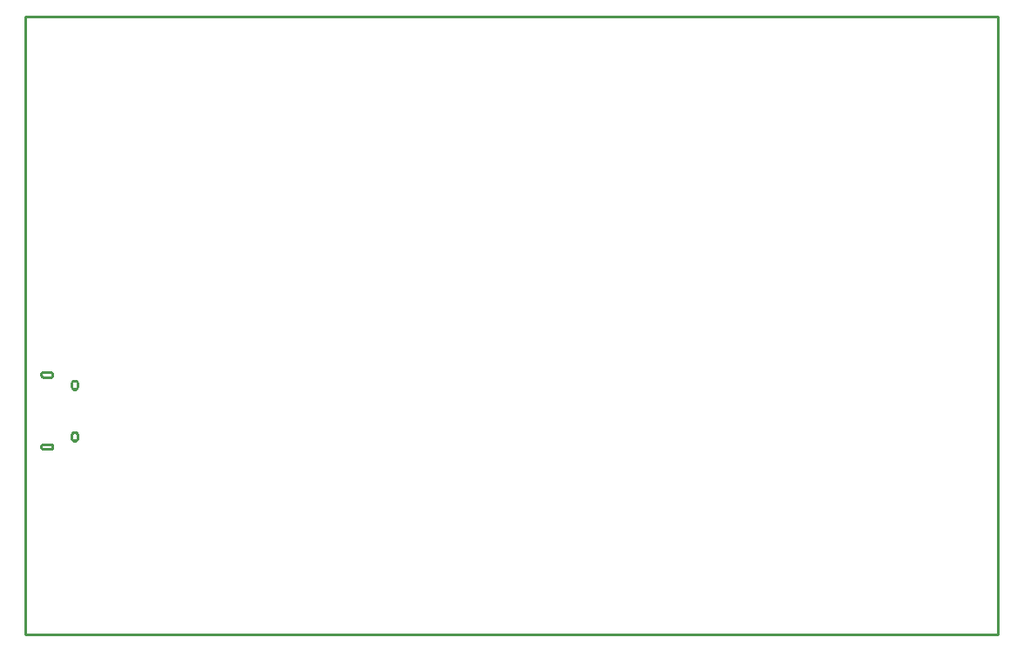
<source format=gbr>
G04 EAGLE Gerber RS-274X export*
G75*
%MOMM*%
%FSLAX34Y34*%
%LPD*%
%IN*%
%IPPOS*%
%AMOC8*
5,1,8,0,0,1.08239X$1,22.5*%
G01*
%ADD10C,0.254000*%


D10*
X165Y191D02*
X944844Y191D01*
X944844Y600191D01*
X165Y600191D01*
X165Y191D01*
X17388Y179924D02*
X23888Y179924D01*
X24105Y179934D01*
X24322Y179962D01*
X24535Y180009D01*
X24743Y180075D01*
X24944Y180158D01*
X25138Y180259D01*
X25321Y180376D01*
X25494Y180509D01*
X25655Y180656D01*
X25803Y180817D01*
X25935Y180990D01*
X26053Y181174D01*
X26153Y181367D01*
X26237Y181569D01*
X26302Y181777D01*
X26350Y181990D01*
X26378Y182206D01*
X26388Y182424D01*
X26378Y182642D01*
X26350Y182858D01*
X26302Y183071D01*
X26237Y183279D01*
X26153Y183481D01*
X26053Y183674D01*
X25935Y183858D01*
X25803Y184031D01*
X25655Y184192D01*
X25494Y184339D01*
X25321Y184472D01*
X25138Y184589D01*
X24944Y184690D01*
X24743Y184773D01*
X24535Y184839D01*
X24322Y184886D01*
X24105Y184915D01*
X23888Y184924D01*
X17388Y184924D01*
X17170Y184915D01*
X16953Y184886D01*
X16740Y184839D01*
X16532Y184773D01*
X16331Y184690D01*
X16138Y184589D01*
X15954Y184472D01*
X15781Y184339D01*
X15620Y184192D01*
X15472Y184031D01*
X15340Y183858D01*
X15222Y183674D01*
X15122Y183481D01*
X15038Y183279D01*
X14973Y183071D01*
X14925Y182858D01*
X14897Y182642D01*
X14888Y182424D01*
X14897Y182206D01*
X14925Y181990D01*
X14973Y181777D01*
X15038Y181569D01*
X15122Y181367D01*
X15222Y181174D01*
X15340Y180990D01*
X15472Y180817D01*
X15620Y180656D01*
X15781Y180509D01*
X15954Y180376D01*
X16138Y180259D01*
X16331Y180158D01*
X16532Y180075D01*
X16740Y180009D01*
X16953Y179962D01*
X17170Y179934D01*
X17388Y179924D01*
X17388Y249924D02*
X23888Y249924D01*
X24105Y249934D01*
X24322Y249962D01*
X24535Y250009D01*
X24743Y250075D01*
X24944Y250158D01*
X25138Y250259D01*
X25321Y250376D01*
X25494Y250509D01*
X25655Y250656D01*
X25803Y250817D01*
X25935Y250990D01*
X26053Y251174D01*
X26153Y251367D01*
X26237Y251569D01*
X26302Y251777D01*
X26350Y251990D01*
X26378Y252206D01*
X26388Y252424D01*
X26378Y252642D01*
X26350Y252858D01*
X26302Y253071D01*
X26237Y253279D01*
X26153Y253481D01*
X26053Y253674D01*
X25935Y253858D01*
X25803Y254031D01*
X25655Y254192D01*
X25494Y254339D01*
X25321Y254472D01*
X25138Y254589D01*
X24944Y254690D01*
X24743Y254773D01*
X24535Y254839D01*
X24322Y254886D01*
X24105Y254915D01*
X23888Y254924D01*
X17388Y254924D01*
X17170Y254915D01*
X16953Y254886D01*
X16740Y254839D01*
X16532Y254773D01*
X16331Y254690D01*
X16138Y254589D01*
X15954Y254472D01*
X15781Y254339D01*
X15620Y254192D01*
X15472Y254031D01*
X15340Y253858D01*
X15222Y253674D01*
X15122Y253481D01*
X15038Y253279D01*
X14973Y253071D01*
X14925Y252858D01*
X14897Y252642D01*
X14888Y252424D01*
X14897Y252206D01*
X14925Y251990D01*
X14973Y251777D01*
X15038Y251569D01*
X15122Y251367D01*
X15222Y251174D01*
X15340Y250990D01*
X15472Y250817D01*
X15620Y250656D01*
X15781Y250509D01*
X15954Y250376D01*
X16138Y250259D01*
X16331Y250158D01*
X16532Y250075D01*
X16740Y250009D01*
X16953Y249962D01*
X17170Y249934D01*
X17388Y249924D01*
X44888Y240924D02*
X44898Y240684D01*
X44929Y240446D01*
X44981Y240212D01*
X45053Y239983D01*
X45145Y239762D01*
X45256Y239549D01*
X45385Y239347D01*
X45531Y239156D01*
X45693Y238979D01*
X45870Y238817D01*
X46060Y238671D01*
X46263Y238542D01*
X46475Y238432D01*
X46697Y238340D01*
X46926Y238268D01*
X47160Y238216D01*
X47398Y238184D01*
X47638Y238174D01*
X47877Y238184D01*
X48115Y238216D01*
X48349Y238268D01*
X48578Y238340D01*
X48800Y238432D01*
X49013Y238542D01*
X49215Y238671D01*
X49405Y238817D01*
X49582Y238979D01*
X49744Y239156D01*
X49890Y239347D01*
X50019Y239549D01*
X50130Y239762D01*
X50222Y239983D01*
X50294Y240212D01*
X50346Y240446D01*
X50377Y240684D01*
X50388Y240924D01*
X50388Y243924D01*
X50377Y244164D01*
X50346Y244402D01*
X50294Y244636D01*
X50222Y244865D01*
X50130Y245086D01*
X50019Y245299D01*
X49890Y245501D01*
X49744Y245692D01*
X49582Y245869D01*
X49405Y246031D01*
X49215Y246177D01*
X49013Y246306D01*
X48800Y246416D01*
X48578Y246508D01*
X48349Y246580D01*
X48115Y246632D01*
X47877Y246664D01*
X47638Y246674D01*
X47398Y246664D01*
X47160Y246632D01*
X46926Y246580D01*
X46697Y246508D01*
X46475Y246416D01*
X46263Y246306D01*
X46060Y246177D01*
X45870Y246031D01*
X45693Y245869D01*
X45531Y245692D01*
X45385Y245501D01*
X45256Y245299D01*
X45145Y245086D01*
X45053Y244865D01*
X44981Y244636D01*
X44929Y244402D01*
X44898Y244164D01*
X44888Y243924D01*
X44888Y240924D01*
X44888Y190924D02*
X44898Y190684D01*
X44929Y190446D01*
X44981Y190212D01*
X45053Y189983D01*
X45145Y189762D01*
X45256Y189549D01*
X45385Y189347D01*
X45531Y189156D01*
X45693Y188979D01*
X45870Y188817D01*
X46060Y188671D01*
X46263Y188542D01*
X46475Y188432D01*
X46697Y188340D01*
X46926Y188268D01*
X47160Y188216D01*
X47398Y188184D01*
X47638Y188174D01*
X47877Y188184D01*
X48115Y188216D01*
X48349Y188268D01*
X48578Y188340D01*
X48800Y188432D01*
X49013Y188542D01*
X49215Y188671D01*
X49405Y188817D01*
X49582Y188979D01*
X49744Y189156D01*
X49890Y189347D01*
X50019Y189549D01*
X50130Y189762D01*
X50222Y189983D01*
X50294Y190212D01*
X50346Y190446D01*
X50377Y190684D01*
X50388Y190924D01*
X50388Y193924D01*
X50377Y194164D01*
X50346Y194402D01*
X50294Y194636D01*
X50222Y194865D01*
X50130Y195086D01*
X50019Y195299D01*
X49890Y195501D01*
X49744Y195692D01*
X49582Y195869D01*
X49405Y196031D01*
X49215Y196177D01*
X49013Y196306D01*
X48800Y196416D01*
X48578Y196508D01*
X48349Y196580D01*
X48115Y196632D01*
X47877Y196664D01*
X47638Y196674D01*
X47398Y196664D01*
X47160Y196632D01*
X46926Y196580D01*
X46697Y196508D01*
X46475Y196416D01*
X46263Y196306D01*
X46060Y196177D01*
X45870Y196031D01*
X45693Y195869D01*
X45531Y195692D01*
X45385Y195501D01*
X45256Y195299D01*
X45145Y195086D01*
X45053Y194865D01*
X44981Y194636D01*
X44929Y194402D01*
X44898Y194164D01*
X44888Y193924D01*
X44888Y190924D01*
M02*

</source>
